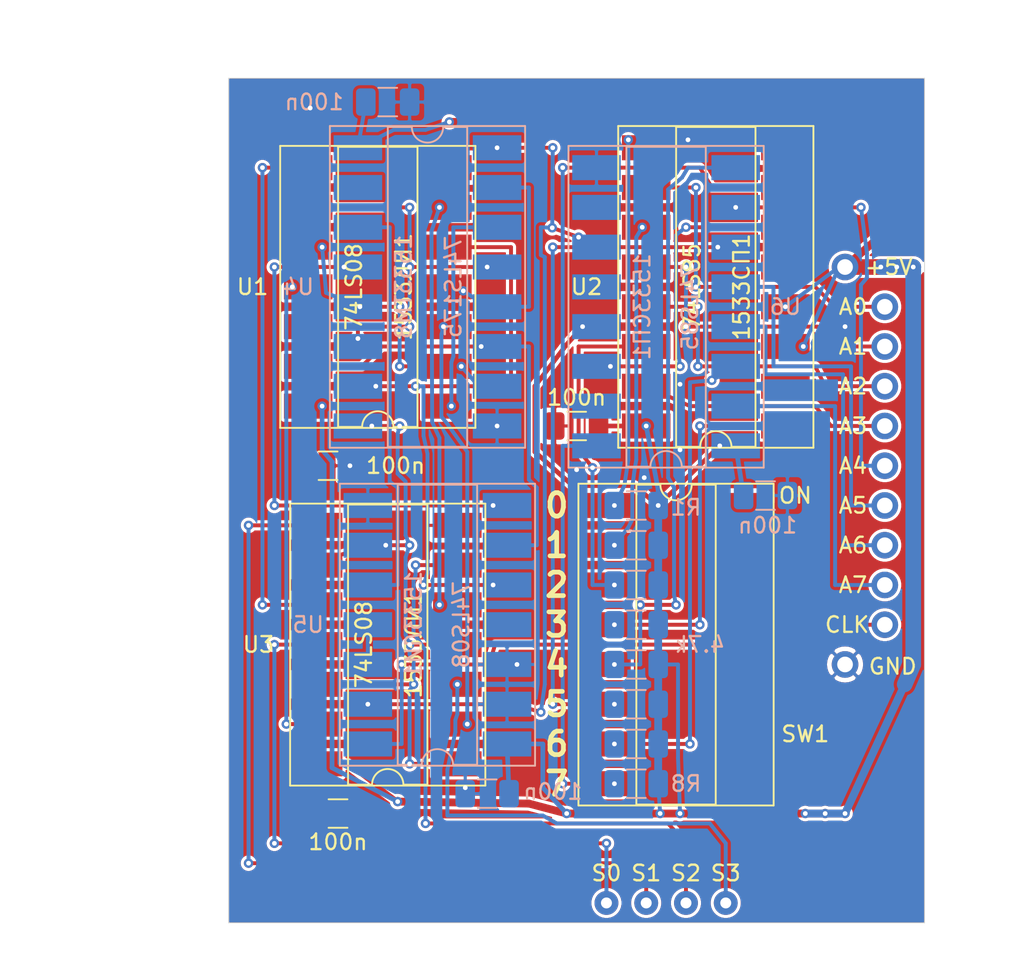
<source format=kicad_pcb>
(kicad_pcb (version 20171130) (host pcbnew 5.1.5+dfsg1-2build2)
  (layers (0 F.Cu signal) (31 B.Cu signal) (34 B.Paste user) (35 F.Paste user) (36 B.SilkS user) (37 F.SilkS user) (38 B.Mask user) (39 F.Mask user) (44 Edge.Cuts user))
  (net 0 "")
  (net 1 GND)
  (net 2 +5V)
  (net 3 A0)
  (net 4 S3)
  (net 5 A1)
  (net 6 S2)
  (net 7 A2)
  (net 8 A3)
  (net 9 S1)
  (net 10 A4)
  (net 11 A5)
  (net 12 A6)
  (net 13 A7)
  (net 14 CLK)
  (net 15 B7)
  (net 16 B6)
  (net 17 B5)
  (net 18 B4)
  (net 19 B3)
  (net 20 B2)
  (net 21 B1)
  (net 22 B0)
  (net 23 P4)
  (net 24 "Net-(U1-Pad6)")
  (net 25 P1)
  (net 26 P6)
  (net 27 "Net-(U1-Pad11)")
  (net 28 P3)
  (net 29 P5)
  (net 30 "Net-(U1-Pad3)")
  (net 31 "Net-(U1-Pad8)")
  (net 32 P2)
  (net 33 "Net-(U2-Pad7)")
  (net 34 "Net-(U2-Pad6)")
  (net 35 CLK_AFB)
  (net 36 FB)
  (net 37 "Net-(U4-Pad13)")
  (net 38 ADDR_OK)
  (net 39 "Net-(U5-Pad3)")
  (net 40 "Net-(U2-Pad5)")
  (net 41 "Net-(U4-Pad15)")
  (net 42 "Net-(U5-Pad11)")
  (net 43 "Net-(U6-Pad7)")
  (net 44 "Net-(U6-Pad5)")
  (net 45 S0)
  (module plc88:selector4_im (layer F.Cu) (at 127 27.94)
    (fp_text reference J1 hide)
    (fp_text value selector4_i hide)
    (fp_text user +5V (at 7.874 2.54) (layer F.SilkS))
    (fp_text user A0 (at 5.588 5.08) (layer F.SilkS))
    (fp_text user A1 (at 5.588 7.62) (layer F.SilkS))
    (fp_text user A2 (at 5.588 10.16) (layer F.SilkS))
    (fp_text user A3 (at 5.588 12.7) (layer F.SilkS))
    (fp_text user A4 (at 5.588 15.24) (layer F.SilkS))
    (fp_text user A5 (at 5.588 17.78) (layer F.SilkS))
    (fp_text user A6 (at 5.588 20.32) (layer F.SilkS))
    (fp_text user A7 (at 5.588 22.86) (layer F.SilkS))
    (fp_text user CLK (at 5.207 25.4) (layer F.SilkS))
    (fp_text user GND (at 8.128 28.067) (layer F.SilkS))
    (fp_text user S3 (at -2.54 41.275) (layer F.SilkS))
    (fp_text user S2 (at -5.08 41.275) (layer F.SilkS))
    (fp_text user S1 (at -7.62 41.275) (layer F.SilkS))
    (fp_text user S0 (at -10.16 41.275) (layer F.SilkS))
    (pad 13 thru_hole circle (at -7.62 43.18) (size 1.524 1.524) (drill 0.7) (layers *.Cu *.Mask) (net 9 S1))
    (pad 12 thru_hole circle (at -10.16 43.18) (size 1.524 1.524) (drill 0.7) (layers *.Cu *.Mask) (net 45 S0))
    (pad 15 thru_hole circle (at -2.54 43.18) (size 1.524 1.524) (drill 0.7) (layers *.Cu *.Mask) (net 4 S3))
    (pad 14 thru_hole circle (at -5.08 43.18) (size 1.524 1.524) (drill 0.7) (layers *.Cu *.Mask) (net 6 S2))
    (pad 11 thru_hole circle (at 5.08 27.94) (size 1.7 1.7) (drill 1) (layers *.Cu *.Mask) (net 1 GND))
    (pad 10 thru_hole circle (at 7.62 25.4) (size 1.7 1.7) (drill 1) (layers *.Cu *.Mask) (net 14 CLK))
    (pad 9 thru_hole circle (at 7.62 22.86) (size 1.7 1.7) (drill 1) (layers *.Cu *.Mask) (net 13 A7))
    (pad 8 thru_hole circle (at 7.62 20.32) (size 1.7 1.7) (drill 1) (layers *.Cu *.Mask) (net 12 A6))
    (pad 7 thru_hole circle (at 7.62 17.78) (size 1.7 1.7) (drill 1) (layers *.Cu *.Mask) (net 11 A5))
    (pad 6 thru_hole circle (at 7.62 15.24) (size 1.7 1.7) (drill 1) (layers *.Cu *.Mask) (net 10 A4))
    (pad 5 thru_hole circle (at 7.62 12.7) (size 1.7 1.7) (drill 1) (layers *.Cu *.Mask) (net 8 A3))
    (pad 4 thru_hole circle (at 7.62 10.16) (size 1.7 1.7) (drill 1) (layers *.Cu *.Mask) (net 7 A2))
    (pad 3 thru_hole circle (at 7.62 7.62) (size 1.7 1.7) (drill 1) (layers *.Cu *.Mask) (net 5 A1))
    (pad 2 thru_hole circle (at 7.62 5.08) (size 1.7 1.7) (drill 1) (layers *.Cu *.Mask) (net 3 A0))
    (pad 1 thru_hole circle (at 5.08 2.54) (size 1.7 1.7) (drill 1) (layers *.Cu *.Mask) (net 2 +5V))
  )
  (module Package_DIP:DIP-16_W8.89mm_SMDSocket_LongPads (layer B.Cu) (at 120.65 33.02)
    (fp_text reference U6 (at 7.62 0 180) (layer B.SilkS) (effects (justify mirror)))
    (fp_text value 74LS85 (at 1.524 0 -270) (layer B.SilkS) (effects (justify mirror)))
    (fp_text user 1533СП1 (at -1.524 0 -90) (layer B.SilkS) (effects (justify mirror)))
    (pad 16 smd rect (at 4.445 8.89) (size 3.1 1.6) (layers B.Cu B.Paste B.Mask) (net 2 +5V))
    (pad 8 smd rect (at -4.445 -8.89) (size 3.1 1.6) (layers B.Cu B.Paste B.Mask) (net 1 GND))
    (pad 15 smd rect (at 4.445 6.35) (size 3.1 1.6) (layers B.Cu B.Paste B.Mask) (net 13 A7))
    (pad 7 smd rect (at -4.445 -6.35) (size 3.1 1.6) (layers B.Cu B.Paste B.Mask) (net 43 "Net-(U6-Pad7)"))
    (pad 14 smd rect (at 4.445 3.81) (size 3.1 1.6) (layers B.Cu B.Paste B.Mask) (net 16 B6))
    (pad 6 smd rect (at -4.445 -3.81) (size 3.1 1.6) (layers B.Cu B.Paste B.Mask) (net 38 ADDR_OK))
    (pad 13 smd rect (at 4.445 1.27) (size 3.1 1.6) (layers B.Cu B.Paste B.Mask) (net 12 A6))
    (pad 5 smd rect (at -4.445 -1.27) (size 3.1 1.6) (layers B.Cu B.Paste B.Mask) (net 44 "Net-(U6-Pad5)"))
    (pad 12 smd rect (at 4.445 -1.27) (size 3.1 1.6) (layers B.Cu B.Paste B.Mask) (net 11 A5))
    (pad 4 smd rect (at -4.445 1.27) (size 3.1 1.6) (layers B.Cu B.Paste B.Mask) (net 2 +5V))
    (pad 11 smd rect (at 4.445 -3.81) (size 3.1 1.6) (layers B.Cu B.Paste B.Mask) (net 17 B5))
    (pad 3 smd rect (at -4.445 3.81) (size 3.1 1.6) (layers B.Cu B.Paste B.Mask) (net 34 "Net-(U2-Pad6)"))
    (pad 10 smd rect (at 4.445 -6.35) (size 3.1 1.6) (layers B.Cu B.Paste B.Mask) (net 10 A4))
    (pad 2 smd rect (at -4.445 6.35) (size 3.1 1.6) (layers B.Cu B.Paste B.Mask) (net 33 "Net-(U2-Pad7)"))
    (pad 9 smd rect (at 4.445 -8.89) (size 3.1 1.6) (layers B.Cu B.Paste B.Mask) (net 18 B4))
    (pad 1 smd rect (at -4.445 8.89) (size 3.1 1.6) (layers B.Cu B.Paste B.Mask) (net 15 B7))
  )
  (module Package_DIP:DIP-14_W8.89mm_SMDSocket_LongPads (layer B.Cu) (at 106.045 53.34)
    (fp_text reference U5 (at -8.255 0) (layer B.SilkS) (effects (justify mirror)))
    (fp_text value 74LS08 (at 1.524 0 -270) (layer B.SilkS) (effects (justify mirror)))
    (fp_text user 1533ЛИ1 (at -1.524 0 -90) (layer B.SilkS) (effects (justify mirror)))
    (pad 14 smd rect (at 4.445 7.62) (size 3.1 1.6) (layers B.Cu B.Paste B.Mask) (net 2 +5V))
    (pad 7 smd rect (at -4.445 -7.62) (size 3.1 1.6) (layers B.Cu B.Paste B.Mask) (net 1 GND))
    (pad 13 smd rect (at 4.445 5.08) (size 3.1 1.6) (layers B.Cu B.Paste B.Mask) (net 1 GND))
    (pad 6 smd rect (at -4.445 -5.08) (size 3.1 1.6) (layers B.Cu B.Paste B.Mask) (net 35 CLK_AFB))
    (pad 12 smd rect (at 4.445 2.54) (size 3.1 1.6) (layers B.Cu B.Paste B.Mask) (net 1 GND))
    (pad 5 smd rect (at -4.445 -2.54) (size 3.1 1.6) (layers B.Cu B.Paste B.Mask) (net 36 FB))
    (pad 11 smd rect (at 4.445 0) (size 3.1 1.6) (layers B.Cu B.Paste B.Mask) (net 42 "Net-(U5-Pad11)"))
    (pad 4 smd rect (at -4.445 0) (size 3.1 1.6) (layers B.Cu B.Paste B.Mask) (net 39 "Net-(U5-Pad3)"))
    (pad 10 smd rect (at 4.445 -2.54) (size 3.1 1.6) (layers B.Cu B.Paste B.Mask) (net 26 P6))
    (pad 3 smd rect (at -4.445 2.54) (size 3.1 1.6) (layers B.Cu B.Paste B.Mask) (net 39 "Net-(U5-Pad3)"))
    (pad 9 smd rect (at 4.445 -5.08) (size 3.1 1.6) (layers B.Cu B.Paste B.Mask) (net 23 P4))
    (pad 2 smd rect (at -4.445 5.08) (size 3.1 1.6) (layers B.Cu B.Paste B.Mask) (net 38 ADDR_OK))
    (pad 8 smd rect (at 4.445 -7.62) (size 3.1 1.6) (layers B.Cu B.Paste B.Mask) (net 37 "Net-(U4-Pad13)"))
    (pad 1 smd rect (at -4.445 7.62) (size 3.1 1.6) (layers B.Cu B.Paste B.Mask) (net 14 CLK))
  )
  (module Package_DIP:DIP-16_W8.89mm_SMDSocket_LongPads (layer B.Cu) (at 105.41 31.75 180)
    (fp_text reference U4 (at 8.255 0) (layer B.SilkS) (effects (justify mirror)))
    (fp_text value 74LS175 (at -1.651 0 270) (layer B.SilkS) (effects (justify mirror)))
    (fp_text user 1533ТМ8 (at 1.524 0 270) (layer B.SilkS) (effects (justify mirror)))
    (pad 16 smd rect (at 4.445 8.89 180) (size 3.1 1.6) (layers B.Cu B.Paste B.Mask) (net 2 +5V))
    (pad 8 smd rect (at -4.445 -8.89 180) (size 3.1 1.6) (layers B.Cu B.Paste B.Mask) (net 1 GND))
    (pad 15 smd rect (at 4.445 6.35 180) (size 3.1 1.6) (layers B.Cu B.Paste B.Mask) (net 41 "Net-(U4-Pad15)"))
    (pad 7 smd rect (at -4.445 -6.35 180) (size 3.1 1.6) (layers B.Cu B.Paste B.Mask) (net 29 P5))
    (pad 14 smd rect (at 4.445 3.81 180) (size 3.1 1.6) (layers B.Cu B.Paste B.Mask) (net 36 FB))
    (pad 6 smd rect (at -4.445 -3.81 180) (size 3.1 1.6) (layers B.Cu B.Paste B.Mask) (net 23 P4))
    (pad 13 smd rect (at 4.445 1.27 180) (size 3.1 1.6) (layers B.Cu B.Paste B.Mask) (net 37 "Net-(U4-Pad13)"))
    (pad 5 smd rect (at -4.445 -1.27 180) (size 3.1 1.6) (layers B.Cu B.Paste B.Mask) (net 28 P3))
    (pad 12 smd rect (at 4.445 -1.27 180) (size 3.1 1.6) (layers B.Cu B.Paste B.Mask) (net 29 P5))
    (pad 4 smd rect (at -4.445 1.27 180) (size 3.1 1.6) (layers B.Cu B.Paste B.Mask) (net 25 P1))
    (pad 11 smd rect (at 4.445 -3.81 180) (size 3.1 1.6) (layers B.Cu B.Paste B.Mask) (net 25 P1))
    (pad 3 smd rect (at -4.445 3.81 180) (size 3.1 1.6) (layers B.Cu B.Paste B.Mask) (net 32 P2))
    (pad 10 smd rect (at 4.445 -6.35 180) (size 3.1 1.6) (layers B.Cu B.Paste B.Mask) (net 26 P6))
    (pad 2 smd rect (at -4.445 6.35 180) (size 3.1 1.6) (layers B.Cu B.Paste B.Mask) (net 28 P3))
    (pad 9 smd rect (at 4.445 -8.89 180) (size 3.1 1.6) (layers B.Cu B.Paste B.Mask) (net 35 CLK_AFB))
    (pad 1 smd rect (at -4.445 8.89 180) (size 3.1 1.6) (layers B.Cu B.Paste B.Mask) (net 38 ADDR_OK))
  )
  (module Package_DIP:DIP-14_W8.89mm_SMDSocket_LongPads (layer F.Cu) (at 102.87 54.61 180)
    (fp_text reference U3 (at 8.255 0 180) (layer F.SilkS))
    (fp_text value 74LS08 (at 1.524 0 270) (layer F.SilkS))
    (fp_text user 1533ЛИ1 (at -1.651 0 270) (layer F.SilkS))
    (pad 14 smd rect (at 4.445 -7.62 180) (size 3.1 1.6) (layers F.Cu F.Paste F.Mask) (net 2 +5V))
    (pad 7 smd rect (at -4.445 7.62 180) (size 3.1 1.6) (layers F.Cu F.Paste F.Mask) (net 1 GND))
    (pad 13 smd rect (at 4.445 -5.08 180) (size 3.1 1.6) (layers F.Cu F.Paste F.Mask) (net 27 "Net-(U1-Pad11)"))
    (pad 6 smd rect (at -4.445 5.08 180) (size 3.1 1.6) (layers F.Cu F.Paste F.Mask) (net 6 S2))
    (pad 12 smd rect (at 4.445 -2.54 180) (size 3.1 1.6) (layers F.Cu F.Paste F.Mask) (net 35 CLK_AFB))
    (pad 5 smd rect (at -4.445 2.54 180) (size 3.1 1.6) (layers F.Cu F.Paste F.Mask) (net 24 "Net-(U1-Pad6)"))
    (pad 11 smd rect (at 4.445 0 180) (size 3.1 1.6) (layers F.Cu F.Paste F.Mask) (net 45 S0))
    (pad 4 smd rect (at -4.445 0 180) (size 3.1 1.6) (layers F.Cu F.Paste F.Mask) (net 35 CLK_AFB))
    (pad 10 smd rect (at 4.445 2.54 180) (size 3.1 1.6) (layers F.Cu F.Paste F.Mask) (net 31 "Net-(U1-Pad8)"))
    (pad 3 smd rect (at -4.445 -2.54 180) (size 3.1 1.6) (layers F.Cu F.Paste F.Mask) (net 4 S3))
    (pad 9 smd rect (at 4.445 5.08 180) (size 3.1 1.6) (layers F.Cu F.Paste F.Mask) (net 35 CLK_AFB))
    (pad 2 smd rect (at -4.445 -5.08 180) (size 3.1 1.6) (layers F.Cu F.Paste F.Mask) (net 30 "Net-(U1-Pad3)"))
    (pad 8 smd rect (at 4.445 7.62 180) (size 3.1 1.6) (layers F.Cu F.Paste F.Mask) (net 9 S1))
    (pad 1 smd rect (at -4.445 -7.62 180) (size 3.1 1.6) (layers F.Cu F.Paste F.Mask) (net 35 CLK_AFB))
  )
  (module Package_DIP:DIP-16_W8.89mm_SMDSocket_LongPads (layer F.Cu) (at 123.825 31.75 180)
    (fp_text reference U2 (at 8.255 0 180) (layer F.SilkS))
    (fp_text value 74LS85 (at 1.524 0 270) (layer F.SilkS))
    (fp_text user 1533СП1 (at -1.651 0 270) (layer F.SilkS))
    (pad 16 smd rect (at 4.445 -8.89 180) (size 3.1 1.6) (layers F.Cu F.Paste F.Mask) (net 2 +5V))
    (pad 8 smd rect (at -4.445 8.89 180) (size 3.1 1.6) (layers F.Cu F.Paste F.Mask) (net 1 GND))
    (pad 15 smd rect (at 4.445 -6.35 180) (size 3.1 1.6) (layers F.Cu F.Paste F.Mask) (net 8 A3))
    (pad 7 smd rect (at -4.445 6.35 180) (size 3.1 1.6) (layers F.Cu F.Paste F.Mask) (net 33 "Net-(U2-Pad7)"))
    (pad 14 smd rect (at 4.445 -3.81 180) (size 3.1 1.6) (layers F.Cu F.Paste F.Mask) (net 20 B2))
    (pad 6 smd rect (at -4.445 3.81 180) (size 3.1 1.6) (layers F.Cu F.Paste F.Mask) (net 34 "Net-(U2-Pad6)"))
    (pad 13 smd rect (at 4.445 -1.27 180) (size 3.1 1.6) (layers F.Cu F.Paste F.Mask) (net 7 A2))
    (pad 5 smd rect (at -4.445 1.27 180) (size 3.1 1.6) (layers F.Cu F.Paste F.Mask) (net 40 "Net-(U2-Pad5)"))
    (pad 12 smd rect (at 4.445 1.27 180) (size 3.1 1.6) (layers F.Cu F.Paste F.Mask) (net 5 A1))
    (pad 4 smd rect (at -4.445 -1.27 180) (size 3.1 1.6) (layers F.Cu F.Paste F.Mask) (net 2 +5V))
    (pad 11 smd rect (at 4.445 3.81 180) (size 3.1 1.6) (layers F.Cu F.Paste F.Mask) (net 21 B1))
    (pad 3 smd rect (at -4.445 -3.81 180) (size 3.1 1.6) (layers F.Cu F.Paste F.Mask) (net 2 +5V))
    (pad 10 smd rect (at 4.445 6.35 180) (size 3.1 1.6) (layers F.Cu F.Paste F.Mask) (net 3 A0))
    (pad 2 smd rect (at -4.445 -6.35 180) (size 3.1 1.6) (layers F.Cu F.Paste F.Mask) (net 1 GND))
    (pad 9 smd rect (at 4.445 8.89 180) (size 3.1 1.6) (layers F.Cu F.Paste F.Mask) (net 22 B0))
    (pad 1 smd rect (at -4.445 -8.89 180) (size 3.1 1.6) (layers F.Cu F.Paste F.Mask) (net 19 B3))
  )
  (module Package_DIP:DIP-14_W8.89mm_SMDSocket_LongPads (layer F.Cu) (at 102.235 31.75 180)
    (fp_text reference U1 (at 8.001 0 180) (layer F.SilkS))
    (fp_text value 74LS08 (at 1.524 0 270) (layer F.SilkS))
    (fp_text user 1533ЛИ1 (at -1.651 0 270) (layer F.SilkS))
    (pad 14 smd rect (at 4.445 -7.62 180) (size 3.1 1.6) (layers F.Cu F.Paste F.Mask) (net 2 +5V))
    (pad 7 smd rect (at -4.445 7.62 180) (size 3.1 1.6) (layers F.Cu F.Paste F.Mask) (net 1 GND))
    (pad 13 smd rect (at 4.445 -5.08 180) (size 3.1 1.6) (layers F.Cu F.Paste F.Mask) (net 23 P4))
    (pad 6 smd rect (at -4.445 5.08 180) (size 3.1 1.6) (layers F.Cu F.Paste F.Mask) (net 24 "Net-(U1-Pad6)"))
    (pad 12 smd rect (at 4.445 -2.54 180) (size 3.1 1.6) (layers F.Cu F.Paste F.Mask) (net 25 P1))
    (pad 5 smd rect (at -4.445 2.54 180) (size 3.1 1.6) (layers F.Cu F.Paste F.Mask) (net 26 P6))
    (pad 11 smd rect (at 4.445 0 180) (size 3.1 1.6) (layers F.Cu F.Paste F.Mask) (net 27 "Net-(U1-Pad11)"))
    (pad 4 smd rect (at -4.445 0 180) (size 3.1 1.6) (layers F.Cu F.Paste F.Mask) (net 28 P3))
    (pad 10 smd rect (at 4.445 2.54 180) (size 3.1 1.6) (layers F.Cu F.Paste F.Mask) (net 29 P5))
    (pad 3 smd rect (at -4.445 -2.54 180) (size 3.1 1.6) (layers F.Cu F.Paste F.Mask) (net 30 "Net-(U1-Pad3)"))
    (pad 9 smd rect (at 4.445 5.08 180) (size 3.1 1.6) (layers F.Cu F.Paste F.Mask) (net 25 P1))
    (pad 2 smd rect (at -4.445 -5.08 180) (size 3.1 1.6) (layers F.Cu F.Paste F.Mask) (net 29 P5))
    (pad 8 smd rect (at 4.445 7.62 180) (size 3.1 1.6) (layers F.Cu F.Paste F.Mask) (net 31 "Net-(U1-Pad8)"))
    (pad 1 smd rect (at -4.445 -7.62 180) (size 3.1 1.6) (layers F.Cu F.Paste F.Mask) (net 32 P2))
  )
  (module Package_DIP:DIP-16_W8.89mm_SMDSocket_LongPads (layer F.Cu) (at 121.285 54.61)
    (fp_text reference SW1 (at 8.255 5.715) (layer F.SilkS))
    (fp_text value SW_DIP_x08)
    (fp_text user ON (at 7.62 -9.525) (layer F.SilkS))
    (pad 16 smd rect (at 4.445 -8.89) (size 3.1 1.6) (layers F.Cu F.Paste F.Mask) (net 1 GND))
    (pad 8 smd rect (at -4.445 8.89) (size 3.1 1.6) (layers F.Cu F.Paste F.Mask) (net 15 B7))
    (pad 15 smd rect (at 4.445 -6.35) (size 3.1 1.6) (layers F.Cu F.Paste F.Mask) (net 1 GND))
    (pad 7 smd rect (at -4.445 6.35) (size 3.1 1.6) (layers F.Cu F.Paste F.Mask) (net 16 B6))
    (pad 14 smd rect (at 4.445 -3.81) (size 3.1 1.6) (layers F.Cu F.Paste F.Mask) (net 1 GND))
    (pad 6 smd rect (at -4.445 3.81) (size 3.1 1.6) (layers F.Cu F.Paste F.Mask) (net 17 B5))
    (pad 13 smd rect (at 4.445 -1.27) (size 3.1 1.6) (layers F.Cu F.Paste F.Mask) (net 1 GND))
    (pad 5 smd rect (at -4.445 1.27) (size 3.1 1.6) (layers F.Cu F.Paste F.Mask) (net 18 B4))
    (pad 12 smd rect (at 4.445 1.27) (size 3.1 1.6) (layers F.Cu F.Paste F.Mask) (net 1 GND))
    (pad 4 smd rect (at -4.445 -1.27) (size 3.1 1.6) (layers F.Cu F.Paste F.Mask) (net 19 B3))
    (pad 11 smd rect (at 4.445 3.81) (size 3.1 1.6) (layers F.Cu F.Paste F.Mask) (net 1 GND))
    (pad 3 smd rect (at -4.445 -3.81) (size 3.1 1.6) (layers F.Cu F.Paste F.Mask) (net 20 B2))
    (pad 10 smd rect (at 4.445 6.35) (size 3.1 1.6) (layers F.Cu F.Paste F.Mask) (net 1 GND))
    (pad 2 smd rect (at -4.445 -6.35) (size 3.1 1.6) (layers F.Cu F.Paste F.Mask) (net 21 B1))
    (pad 9 smd rect (at 4.445 8.89) (size 3.1 1.6) (layers F.Cu F.Paste F.Mask) (net 1 GND))
    (pad 1 smd rect (at -4.445 -8.89) (size 3.1 1.6) (layers F.Cu F.Paste F.Mask) (net 22 B0))
  )
  (module Resistor_SMD:R_1206_3216Metric (layer B.Cu) (at 118.745 63.5 180)
    (fp_text reference R8 (at -3.175 0 180) (layer B.SilkS) (effects (justify mirror)))
    (fp_text value 4.7k hide)
    (pad 2 smd roundrect (at 1.4 0 180) (size 1.25 1.75) (layers B.Cu B.Paste B.Mask) (roundrect_rratio 0.2) (net 15 B7))
    (pad 1 smd roundrect (at -1.4 0 180) (size 1.25 1.75) (layers B.Cu B.Paste B.Mask) (roundrect_rratio 0.2) (net 2 +5V))
  )
  (module Resistor_SMD:R_1206_3216Metric (layer B.Cu) (at 118.745 60.96 180)
    (fp_text reference R7 hide)
    (fp_text value 4.7k hide)
    (pad 2 smd roundrect (at 1.4 0 180) (size 1.25 1.75) (layers B.Cu B.Paste B.Mask) (roundrect_rratio 0.2) (net 16 B6))
    (pad 1 smd roundrect (at -1.4 0 180) (size 1.25 1.75) (layers B.Cu B.Paste B.Mask) (roundrect_rratio 0.2) (net 2 +5V))
  )
  (module Resistor_SMD:R_1206_3216Metric (layer B.Cu) (at 118.745 58.42 180)
    (fp_text reference R6 hide)
    (fp_text value 4.7k hide)
    (pad 2 smd roundrect (at 1.4 0 180) (size 1.25 1.75) (layers B.Cu B.Paste B.Mask) (roundrect_rratio 0.2) (net 17 B5))
    (pad 1 smd roundrect (at -1.4 0 180) (size 1.25 1.75) (layers B.Cu B.Paste B.Mask) (roundrect_rratio 0.2) (net 2 +5V))
  )
  (module Resistor_SMD:R_1206_3216Metric (layer B.Cu) (at 118.745 55.88 180)
    (fp_text reference R5 hide)
    (fp_text value 4.7k hide)
    (pad 2 smd roundrect (at 1.4 0 180) (size 1.25 1.75) (layers B.Cu B.Paste B.Mask) (roundrect_rratio 0.2) (net 18 B4))
    (pad 1 smd roundrect (at -1.4 0 180) (size 1.25 1.75) (layers B.Cu B.Paste B.Mask) (roundrect_rratio 0.2) (net 2 +5V))
  )
  (module Resistor_SMD:R_1206_3216Metric (layer B.Cu) (at 118.745 53.34 180)
    (fp_text reference R4 hide)
    (fp_text value 4.7k hide)
    (pad 2 smd roundrect (at 1.4 0 180) (size 1.25 1.75) (layers B.Cu B.Paste B.Mask) (roundrect_rratio 0.2) (net 19 B3))
    (pad 1 smd roundrect (at -1.4 0 180) (size 1.25 1.75) (layers B.Cu B.Paste B.Mask) (roundrect_rratio 0.2) (net 2 +5V))
  )
  (module Resistor_SMD:R_1206_3216Metric (layer B.Cu) (at 118.745 50.8 180)
    (fp_text reference R3 hide)
    (fp_text value 4.7k hide)
    (pad 2 smd roundrect (at 1.4 0 180) (size 1.25 1.75) (layers B.Cu B.Paste B.Mask) (roundrect_rratio 0.2) (net 20 B2))
    (pad 1 smd roundrect (at -1.4 0 180) (size 1.25 1.75) (layers B.Cu B.Paste B.Mask) (roundrect_rratio 0.2) (net 2 +5V))
  )
  (module Resistor_SMD:R_1206_3216Metric (layer B.Cu) (at 118.745 48.26 180)
    (fp_text reference R2 hide)
    (fp_text value 4.7k hide)
    (pad 2 smd roundrect (at 1.4 0 180) (size 1.25 1.75) (layers B.Cu B.Paste B.Mask) (roundrect_rratio 0.2) (net 21 B1))
    (pad 1 smd roundrect (at -1.4 0 180) (size 1.25 1.75) (layers B.Cu B.Paste B.Mask) (roundrect_rratio 0.2) (net 2 +5V))
  )
  (module Resistor_SMD:R_1206_3216Metric (layer B.Cu) (at 118.745 45.72 180)
    (fp_text reference R1 (at -3.175 -0.127) (layer B.SilkS) (effects (justify mirror)))
    (fp_text value 4.7k (at -4.064 -8.89 180) (layer B.SilkS) (effects (justify mirror)))
    (pad 2 smd roundrect (at 1.4 0 180) (size 1.25 1.75) (layers B.Cu B.Paste B.Mask) (roundrect_rratio 0.2) (net 22 B0))
    (pad 1 smd roundrect (at -1.4 0 180) (size 1.25 1.75) (layers B.Cu B.Paste B.Mask) (roundrect_rratio 0.2) (net 2 +5V))
  )
  (module Capacitor_SMD:C_1206_3216Metric (layer B.Cu) (at 102.87 19.939)
    (fp_text reference C6 hide)
    (fp_text value 100n (at -4.699 0) (layer B.SilkS) (effects (justify mirror)))
    (pad 2 smd roundrect (at 1.4 0) (size 1.25 1.75) (layers B.Cu B.Paste B.Mask) (roundrect_rratio 0.2) (net 1 GND))
    (pad 1 smd roundrect (at -1.4 0) (size 1.25 1.75) (layers B.Cu B.Paste B.Mask) (roundrect_rratio 0.2) (net 2 +5V))
  )
  (module Capacitor_SMD:C_1206_3216Metric (layer F.Cu) (at 99.695 65.405)
    (fp_text reference C5 hide)
    (fp_text value 100n (at 0 1.82) (layer F.SilkS))
    (pad 2 smd roundrect (at 1.4 0) (size 1.25 1.75) (layers F.Cu F.Paste F.Mask) (roundrect_rratio 0.2) (net 1 GND))
    (pad 1 smd roundrect (at -1.4 0) (size 1.25 1.75) (layers F.Cu F.Paste F.Mask) (roundrect_rratio 0.2) (net 2 +5V))
  )
  (module Capacitor_SMD:C_1206_3216Metric (layer F.Cu) (at 99.06 43.18)
    (fp_text reference C4 hide)
    (fp_text value 100n (at 4.318 0) (layer F.SilkS))
    (pad 2 smd roundrect (at 1.4 0) (size 1.25 1.75) (layers F.Cu F.Paste F.Mask) (roundrect_rratio 0.2) (net 1 GND))
    (pad 1 smd roundrect (at -1.4 0) (size 1.25 1.75) (layers F.Cu F.Paste F.Mask) (roundrect_rratio 0.2) (net 2 +5V))
  )
  (module Capacitor_SMD:C_1206_3216Metric (layer B.Cu) (at 127 45.085)
    (fp_text reference C3 hide)
    (fp_text value 100n (at 0.127 1.905) (layer B.SilkS) (effects (justify mirror)))
    (pad 2 smd roundrect (at 1.4 0) (size 1.25 1.75) (layers B.Cu B.Paste B.Mask) (roundrect_rratio 0.2) (net 1 GND))
    (pad 1 smd roundrect (at -1.4 0) (size 1.25 1.75) (layers B.Cu B.Paste B.Mask) (roundrect_rratio 0.2) (net 2 +5V))
  )
  (module Capacitor_SMD:C_1206_3216Metric (layer F.Cu) (at 114.935 40.64 180)
    (fp_text reference C2 hide)
    (fp_text value 100n (at 0 1.82) (layer F.SilkS))
    (pad 2 smd roundrect (at 1.4 0 180) (size 1.25 1.75) (layers F.Cu F.Paste F.Mask) (roundrect_rratio 0.2) (net 1 GND))
    (pad 1 smd roundrect (at -1.4 0 180) (size 1.25 1.75) (layers F.Cu F.Paste F.Mask) (roundrect_rratio 0.2) (net 2 +5V))
  )
  (module Capacitor_SMD:C_1206_3216Metric (layer B.Cu) (at 109.22 64.135 180)
    (fp_text reference C1 hide)
    (fp_text value 100n (at -4.191 0.127 180) (layer B.SilkS) (effects (justify mirror)))
    (pad 2 smd roundrect (at 1.4 0 180) (size 1.25 1.75) (layers B.Cu B.Paste B.Mask) (roundrect_rratio 0.2) (net 1 GND))
    (pad 1 smd roundrect (at -1.4 0 180) (size 1.25 1.75) (layers B.Cu B.Paste B.Mask) (roundrect_rratio 0.2) (net 2 +5V))
  )
  (gr_text 6 (at 113.665 60.96) (layer F.SilkS) (effects (font (size 1.5 1.5) (thickness 0.3))))
  (gr_text 5 (at 113.665 58.42) (layer F.SilkS) (effects (font (size 1.5 1.5) (thickness 0.3))))
  (gr_text 4 (at 113.665 55.88) (layer F.SilkS) (effects (font (size 1.5 1.5) (thickness 0.3))))
  (gr_text 3 (at 113.665 53.34) (layer F.SilkS) (effects (font (size 1.5 1.5) (thickness 0.3))))
  (gr_text 2 (at 113.665 50.8) (layer F.SilkS) (effects (font (size 1.5 1.5) (thickness 0.3))))
  (gr_text 1 (at 113.665 48.26) (layer F.SilkS) (effects (font (size 1.5 1.5) (thickness 0.3))))
  (gr_text 7 (at 113.665 63.5) (layer F.SilkS) (effects (font (size 1.5 1.5) (thickness 0.3))))
  (gr_text 0 (at 113.665 45.72) (layer F.SilkS) (effects (font (size 1.5 1.5) (thickness 0.3))))
  (gr_line (start 92.71 72.39) (end 92.71 18.415) (layer Edge.Cuts) (width 0.05))
  (gr_line (start 137.16 72.39) (end 92.71 72.39) (layer Edge.Cuts) (width 0.05))
  (gr_line (start 137.16 18.415) (end 137.16 72.39) (layer Edge.Cuts) (width 0.05))
  (gr_line (start 92.71 18.415) (end 137.16 18.415) (layer Edge.Cuts) (width 0.05))
  (via (at 107.823 63.754) (size 0.6) (drill 0.3) (layers F.Cu B.Cu) (net 1))
  (via (at 111.125 55.88) (size 0.6) (drill 0.3) (layers F.Cu B.Cu) (net 1))
  (via (at 100.457 43.18) (size 0.6) (drill 0.3) (layers F.Cu B.Cu) (net 1))
  (via (at 109.855 40.64) (size 0.6) (drill 0.3) (layers F.Cu B.Cu) (net 1))
  (via (at 121.539 42.164) (size 0.6) (drill 0.3) (layers F.Cu B.Cu) (net 1))
  (via (at 121.539 37.973) (size 0.6) (drill 0.3) (layers F.Cu B.Cu) (net 1))
  (segment (start 121.539 42.164) (end 121.539 37.973) (width 0.25) (layer B.Cu) (net 1))
  (via (at 114.935 43.434) (size 0.6) (drill 0.3) (layers F.Cu B.Cu) (net 1))
  (via (at 119.253 43.942) (size 0.6) (drill 0.3) (layers F.Cu B.Cu) (net 1))
  (via (at 122.047 22.352) (size 0.6) (drill 0.3) (layers F.Cu B.Cu) (net 1))
  (via (at 97.917 20.32) (size 0.6) (drill 0.3) (layers F.Cu B.Cu) (net 1))
  (via (at 132.08 34.29) (size 0.6) (drill 0.3) (layers F.Cu B.Cu) (net 1))
  (via (at 129.413 35.56) (size 0.6) (drill 0.3) (layers F.Cu B.Cu) (net 2))
  (via (at 128.27 33.02) (size 0.6) (drill 0.3) (layers F.Cu B.Cu) (net 2))
  (via (at 124.079 41.91) (size 0.6) (drill 0.3) (layers F.Cu B.Cu) (net 2))
  (segment (start 106.807 21.209) (end 106.807 21.209) (width 0.5) (layer F.Cu) (net 2))
  (via (at 106.807 21.209) (size 0.6) (drill 0.3) (layers F.Cu B.Cu) (net 2))
  (segment (start 106.807 21.209) (end 105.283 21.717) (width 0.25) (layer B.Cu) (net 2))
  (segment (start 105.283 21.717) (end 103.251 21.717) (width 0.25) (layer B.Cu) (net 2))
  (segment (start 103.251 21.717) (end 100.965 22.86) (width 0.25) (layer B.Cu) (net 2))
  (segment (start 119.38 40.64) (end 119.38 40.64) (width 0.3) (layer B.Cu) (net 2))
  (via (at 119.38 40.64) (size 0.6) (drill 0.3) (layers F.Cu B.Cu) (net 2))
  (segment (start 116.335 40.64) (end 119.38 40.64) (width 0.3) (layer F.Cu) (net 2))
  (segment (start 120.145 45.72) (end 120.145 45.72) (width 0.5) (layer B.Cu) (net 2))
  (segment (start 120.145 48.26) (end 120.145 50.8) (width 0.5) (layer B.Cu) (net 2))
  (segment (start 120.145 50.8) (end 120.145 63.5) (width 0.5) (layer B.Cu) (net 2))
  (segment (start 125.095 41.91) (end 125.6 45.085) (width 0.3) (layer B.Cu) (net 2))
  (segment (start 120.145 45.72) (end 120.145 48.26) (width 0.5) (layer B.Cu) (net 2))
  (via (at 120.145 45.72) (size 0.6) (drill 0.3) (layers F.Cu B.Cu) (net 2))
  (segment (start 120.145 45.72) (end 124.079 41.91) (width 0.3) (layer F.Cu) (net 2))
  (segment (start 110.62 64.135) (end 110.49 60.96) (width 0.3) (layer B.Cu) (net 2))
  (segment (start 103.505 64.643) (end 103.505 64.643) (width 0.5) (layer F.Cu) (net 2))
  (segment (start 103.505 64.643) (end 100.33 62.23) (width 0.3) (layer F.Cu) (net 2))
  (segment (start 100.33 62.23) (end 98.425 62.23) (width 0.3) (layer F.Cu) (net 2))
  (segment (start 98.295 65.405) (end 98.425 62.23) (width 0.3) (layer F.Cu) (net 2))
  (segment (start 103.505 64.643) (end 103.505 64.643) (width 0.5) (layer F.Cu) (net 2))
  (via (at 103.505 64.643) (size 0.6) (drill 0.3) (layers F.Cu B.Cu) (net 2))
  (segment (start 103.505 64.643) (end 99.314 62.484) (width 0.3) (layer B.Cu) (net 2))
  (segment (start 99.314 62.484) (end 99.314 54.483) (width 0.3) (layer B.Cu) (net 2))
  (segment (start 99.314 54.483) (end 99.314 45.339) (width 0.3) (layer B.Cu) (net 2))
  (segment (start 99.314 45.339) (end 99.314 42.926) (width 0.3) (layer B.Cu) (net 2))
  (segment (start 99.314 42.926) (end 98.679 42.164) (width 0.3) (layer B.Cu) (net 2))
  (segment (start 98.679 42.164) (end 98.679 39.37) (width 0.3) (layer B.Cu) (net 2))
  (segment (start 98.679 39.37) (end 98.679 39.37) (width 0.3) (layer B.Cu) (net 2))
  (via (at 98.679 39.37) (size 0.6) (drill 0.3) (layers F.Cu B.Cu) (net 2))
  (segment (start 97.79 39.37) (end 97.66 43.18) (width 0.3) (layer F.Cu) (net 2))
  (segment (start 120.145 45.72) (end 120.142 44.704) (width 0.3) (layer B.Cu) (net 2))
  (segment (start 120.142 44.704) (end 119.38 40.64) (width 0.3) (layer B.Cu) (net 2))
  (segment (start 129.413 35.56) (end 131.699 30.48) (width 0.25) (layer B.Cu) (net 2))
  (segment (start 128.27 33.02) (end 131.699 30.48) (width 0.25) (layer B.Cu) (net 2))
  (segment (start 131.699 30.48) (end 131.699 30.48) (width 0.25) (layer B.Cu) (net 2))
  (segment (start 115.316 34.29) (end 115.316 34.29) (width 0.3) (layer F.Cu) (net 2))
  (via (at 115.316 34.29) (size 0.6) (drill 0.3) (layers F.Cu B.Cu) (net 2))
  (segment (start 114.3 35.433) (end 115.316 34.29) (width 0.3) (layer F.Cu) (net 2))
  (segment (start 112.268 38.1) (end 114.3 35.433) (width 0.3) (layer F.Cu) (net 2))
  (segment (start 112.268 42.291) (end 112.268 38.1) (width 0.3) (layer F.Cu) (net 2))
  (segment (start 114.681 44.45) (end 112.268 42.291) (width 0.3) (layer F.Cu) (net 2))
  (segment (start 118.618 44.45) (end 114.681 44.45) (width 0.3) (layer F.Cu) (net 2))
  (segment (start 120.145 45.72) (end 118.618 44.45) (width 0.3) (layer F.Cu) (net 2))
  (segment (start 121.412 55.88) (end 120.145 55.88) (width 0.25) (layer B.Cu) (net 2))
  (segment (start 121.412 61.849) (end 121.412 55.88) (width 0.25) (layer B.Cu) (net 2))
  (segment (start 121.539 65.405) (end 121.412 61.849) (width 0.25) (layer B.Cu) (net 2))
  (via (at 121.539 65.405) (size 0.6) (drill 0.3) (layers F.Cu B.Cu) (net 2))
  (segment (start 121.539 65.405) (end 120.269 65.405) (width 0.5) (layer F.Cu) (net 2))
  (segment (start 120.269 65.405) (end 120.145 63.5) (width 0.25) (layer B.Cu) (net 2))
  (via (at 120.269 65.405) (size 0.6) (drill 0.3) (layers F.Cu B.Cu) (net 2))
  (segment (start 120.269 65.405) (end 114.3 65.405) (width 0.5) (layer F.Cu) (net 2))
  (segment (start 114.3 65.405) (end 111.887 64.77) (width 0.5) (layer F.Cu) (net 2))
  (segment (start 112.776 60.96) (end 110.49 60.96) (width 0.3) (layer B.Cu) (net 2))
  (segment (start 112.776 63.754) (end 112.776 60.96) (width 0.3) (layer B.Cu) (net 2))
  (segment (start 114.3 65.405) (end 112.776 63.754) (width 0.3) (layer B.Cu) (net 2))
  (segment (start 111.887 64.77) (end 103.505 64.643) (width 0.5) (layer F.Cu) (net 2))
  (via (at 114.3 65.405) (size 0.6) (drill 0.3) (layers F.Cu B.Cu) (net 2))
  (segment (start 130.81 65.405) (end 121.539 65.405) (width 0.5) (layer F.Cu) (net 2))
  (via (at 130.81 65.405) (size 0.6) (drill 0.3) (layers F.Cu B.Cu) (net 2))
  (segment (start 132.08 65.405) (end 130.81 65.405) (width 0.5) (layer B.Cu) (net 2))
  (segment (start 132.08 65.405) (end 130.81 65.405) (width 0.5) (layer F.Cu) (net 2))
  (via (at 132.08 65.405) (size 0.6) (drill 0.3) (layers F.Cu B.Cu) (net 2))
  (via (at 129.54 65.405) (size 0.6) (drill 0.3) (layers F.Cu B.Cu) (net 2))
  (segment (start 129.54 65.405) (end 130.81 65.405) (width 0.5) (layer B.Cu) (net 2))
  (segment (start 132.08 65.405) (end 135.89 57.15) (width 0.5) (layer B.Cu) (net 2))
  (segment (start 136.43499 55.88) (end 136.43499 30.48) (width 1) (layer B.Cu) (net 2))
  (segment (start 135.89 57.15) (end 136.43499 55.88) (width 1) (layer B.Cu) (net 2))
  (segment (start 136.43499 30.48) (end 136.43499 30.48) (width 1) (layer B.Cu) (net 2))
  (segment (start 136.43499 30.48) (end 136.43499 30.48) (width 1) (layer F.Cu) (net 2))
  (via (at 136.43499 30.48) (size 0.6) (drill 0.3) (layers F.Cu B.Cu) (net 2))
  (segment (start 136.43499 30.48) (end 135.382 30.48) (width 1) (layer B.Cu) (net 2))
  (segment (start 135.382 30.48) (end 136.43499 30.48) (width 1) (layer F.Cu) (net 2))
  (via (at 135.382 30.48) (size 0.6) (drill 0.3) (layers F.Cu B.Cu) (net 2))
  (segment (start 135.382 30.48) (end 134.366 30.48) (width 1) (layer B.Cu) (net 2))
  (segment (start 134.366 30.48) (end 135.382 30.48) (width 1) (layer F.Cu) (net 2))
  (segment (start 133.985 30.48) (end 132.08 30.48) (width 1) (layer F.Cu) (net 2))
  (segment (start 134.366 30.48) (end 133.985 30.48) (width 1) (layer F.Cu) (net 2))
  (via (at 134.366 30.48) (size 0.6) (drill 0.3) (layers F.Cu B.Cu) (net 2))
  (segment (start 119.38 21.209) (end 106.807 21.209) (width 0.5) (layer F.Cu) (net 2))
  (segment (start 131.699 21.209) (end 119.38 21.209) (width 0.5) (layer F.Cu) (net 2))
  (segment (start 134.112 23.241) (end 131.699 21.209) (width 0.5) (layer F.Cu) (net 2))
  (segment (start 134.112 28.702) (end 134.112 23.241) (width 0.5) (layer F.Cu) (net 2))
  (segment (start 132.08 30.48) (end 134.112 28.702) (width 0.5) (layer F.Cu) (net 2))
  (segment (start 101.47 19.939) (end 100.965 22.86) (width 0.25) (layer B.Cu) (net 2))
  (segment (start 134.62 33.02) (end 131.445 33.02) (width 0.25) (layer F.Cu) (net 3))
  (segment (start 131.445 33.02) (end 130.175 31.75) (width 0.25) (layer F.Cu) (net 3))
  (segment (start 130.175 31.75) (end 122.555 31.75) (width 0.25) (layer F.Cu) (net 3))
  (segment (start 122.555 31.75) (end 122.555 31.75) (width 0.25) (layer F.Cu) (net 3))
  (via (at 122.555 31.75) (size 0.6) (drill 0.3) (layers F.Cu B.Cu) (net 3))
  (segment (start 122.555 31.75) (end 122.555 25.4) (width 0.25) (layer B.Cu) (net 3))
  (segment (start 122.555 25.4) (end 122.555 25.4) (width 0.25) (layer B.Cu) (net 3))
  (via (at 122.555 25.4) (size 0.6) (drill 0.3) (layers F.Cu B.Cu) (net 3))
  (segment (start 122.555 25.4) (end 119.38 25.4) (width 0.25) (layer F.Cu) (net 3))
  (via (at 107.315 57.15) (size 0.6) (drill 0.3) (layers F.Cu B.Cu) (net 4))
  (segment (start 123.444 66.04) (end 124.46 67.31) (width 0.25) (layer B.Cu) (net 4))
  (segment (start 113.665 66.04) (end 123.444 66.04) (width 0.25) (layer B.Cu) (net 4))
  (segment (start 106.68 65.532) (end 112.776 65.532) (width 0.25) (layer B.Cu) (net 4))
  (segment (start 106.68 62.611) (end 106.68 65.532) (width 0.25) (layer B.Cu) (net 4))
  (segment (start 107.188 60.198) (end 106.68 62.611) (width 0.25) (layer B.Cu) (net 4))
  (segment (start 112.776 65.532) (end 113.665 66.04) (width 0.25) (layer B.Cu) (net 4))
  (segment (start 107.188 59.436) (end 107.188 60.198) (width 0.25) (layer B.Cu) (net 4))
  (segment (start 107.315 59.055) (end 107.188 59.436) (width 0.25) (layer B.Cu) (net 4))
  (segment (start 107.315 57.15) (end 107.315 59.055) (width 0.25) (layer B.Cu) (net 4))
  (segment (start 124.46 67.31) (end 124.46 71.12) (width 0.25) (layer B.Cu) (net 4))
  (segment (start 134.62 35.56) (end 131.191 35.56) (width 0.25) (layer F.Cu) (net 5))
  (segment (start 131.191 35.56) (end 130.302 34.29) (width 0.25) (layer F.Cu) (net 5))
  (segment (start 130.302 34.29) (end 121.92 34.29) (width 0.25) (layer F.Cu) (net 5))
  (segment (start 121.92 34.29) (end 121.92 34.29) (width 0.25) (layer F.Cu) (net 5))
  (via (at 121.92 34.29) (size 0.6) (drill 0.3) (layers F.Cu B.Cu) (net 5))
  (segment (start 121.92 34.29) (end 121.92 30.48) (width 0.25) (layer B.Cu) (net 5))
  (segment (start 121.92 30.48) (end 121.92 30.48) (width 0.25) (layer B.Cu) (net 5))
  (via (at 121.92 30.48) (size 0.6) (drill 0.3) (layers F.Cu B.Cu) (net 5))
  (segment (start 121.92 30.48) (end 119.38 30.48) (width 0.25) (layer F.Cu) (net 5))
  (segment (start 107.315 49.53) (end 104.648 49.53) (width 0.25) (layer F.Cu) (net 6))
  (via (at 104.648 49.53) (size 0.6) (drill 0.3) (layers F.Cu B.Cu) (net 6))
  (segment (start 105.283 65.913) (end 105.283 65.913) (width 0.25) (layer B.Cu) (net 6))
  (segment (start 104.521 50.546) (end 104.648 50.165) (width 0.25) (layer B.Cu) (net 6))
  (segment (start 104.521 53.848) (end 104.521 50.546) (width 0.25) (layer B.Cu) (net 6))
  (segment (start 104.648 50.165) (end 104.648 49.53) (width 0.25) (layer B.Cu) (net 6))
  (segment (start 105.283 54.991) (end 104.521 53.848) (width 0.25) (layer B.Cu) (net 6))
  (segment (start 105.283 66.04) (end 105.283 54.991) (width 0.25) (layer B.Cu) (net 6))
  (via (at 105.283 66.04) (size 0.6) (drill 0.3) (layers F.Cu B.Cu) (net 6))
  (segment (start 120.777 66.04) (end 121.92 67.31) (width 0.25) (layer F.Cu) (net 6))
  (segment (start 105.283 66.04) (end 120.777 66.04) (width 0.25) (layer F.Cu) (net 6))
  (segment (start 121.92 67.31) (end 121.92 71.12) (width 0.25) (layer F.Cu) (net 6))
  (segment (start 134.62 38.1) (end 130.81 38.1) (width 0.25) (layer F.Cu) (net 7))
  (segment (start 130.81 38.1) (end 130.175 36.83) (width 0.25) (layer F.Cu) (net 7))
  (segment (start 130.175 36.83) (end 122.682 36.83) (width 0.25) (layer F.Cu) (net 7))
  (segment (start 122.682 36.83) (end 122.682 36.83) (width 0.25) (layer F.Cu) (net 7))
  (via (at 122.682 36.83) (size 0.6) (drill 0.3) (layers F.Cu B.Cu) (net 7))
  (segment (start 122.682 36.83) (end 122.682 33.02) (width 0.25) (layer B.Cu) (net 7))
  (segment (start 122.682 33.02) (end 122.682 33.02) (width 0.25) (layer B.Cu) (net 7))
  (via (at 122.682 33.02) (size 0.6) (drill 0.3) (layers F.Cu B.Cu) (net 7))
  (segment (start 122.682 33.02) (end 119.38 33.02) (width 0.25) (layer F.Cu) (net 7))
  (segment (start 134.62 40.64) (end 131.191 40.64) (width 0.25) (layer F.Cu) (net 8))
  (segment (start 131.191 40.64) (end 130.175 39.37) (width 0.25) (layer F.Cu) (net 8))
  (segment (start 130.175 39.37) (end 122.174 39.37) (width 0.25) (layer F.Cu) (net 8))
  (segment (start 122.174 39.37) (end 119.38 38.1) (width 0.25) (layer F.Cu) (net 8))
  (segment (start 98.425 46.99) (end 93.98 46.99) (width 0.25) (layer F.Cu) (net 9))
  (segment (start 93.98 46.99) (end 93.98 46.99) (width 0.25) (layer F.Cu) (net 9))
  (via (at 93.98 46.99) (size 0.6) (drill 0.3) (layers F.Cu B.Cu) (net 9))
  (segment (start 119.38 68.58) (end 119.38 71.12) (width 0.25) (layer F.Cu) (net 9))
  (segment (start 93.98 68.58) (end 119.38 68.58) (width 0.25) (layer F.Cu) (net 9))
  (segment (start 93.98 61.976) (end 93.98 46.99) (width 0.25) (layer B.Cu) (net 9))
  (segment (start 93.98 68.58) (end 93.98 61.976) (width 0.25) (layer B.Cu) (net 9))
  (via (at 93.98 68.58) (size 0.6) (drill 0.3) (layers F.Cu B.Cu) (net 9))
  (segment (start 133.096 26.67) (end 133.096 26.67) (width 0.25) (layer B.Cu) (net 10))
  (via (at 133.096 26.67) (size 0.6) (drill 0.3) (layers F.Cu B.Cu) (net 10))
  (segment (start 133.096 26.67) (end 125.095 26.67) (width 0.25) (layer F.Cu) (net 10))
  (segment (start 125.095 26.67) (end 125.095 26.67) (width 0.25) (layer F.Cu) (net 10))
  (via (at 125.095 26.67) (size 0.6) (drill 0.3) (layers F.Cu B.Cu) (net 10))
  (segment (start 133.477 29.591) (end 133.096 26.67) (width 0.25) (layer B.Cu) (net 10))
  (segment (start 133.477 31.171445) (end 133.477 29.591) (width 0.25) (layer B.Cu) (net 10))
  (segment (start 133.096 31.623) (end 133.477 31.171445) (width 0.25) (layer B.Cu) (net 10))
  (segment (start 133.096 43.18) (end 133.096 31.623) (width 0.25) (layer B.Cu) (net 10))
  (segment (start 134.62 43.18) (end 133.096 43.18) (width 0.25) (layer B.Cu) (net 10))
  (segment (start 134.62 45.72) (end 132.461 45.72) (width 0.25) (layer B.Cu) (net 11))
  (segment (start 132.461 36.83) (end 127.508 36.83) (width 0.25) (layer B.Cu) (net 11))
  (segment (start 132.461 45.72) (end 132.461 36.83) (width 0.25) (layer B.Cu) (net 11))
  (segment (start 127.508 36.83) (end 127.508 31.75) (width 0.25) (layer B.Cu) (net 11))
  (segment (start 127.508 31.75) (end 125.095 31.75) (width 0.25) (layer B.Cu) (net 11))
  (segment (start 127 34.29) (end 125.095 34.29) (width 0.25) (layer B.Cu) (net 12))
  (segment (start 127 37.338) (end 127 34.29) (width 0.25) (layer B.Cu) (net 12))
  (segment (start 131.953 48.26) (end 131.953 37.338) (width 0.25) (layer B.Cu) (net 12))
  (segment (start 131.953 37.338) (end 127 37.338) (width 0.25) (layer B.Cu) (net 12))
  (segment (start 134.62 48.26) (end 131.953 48.26) (width 0.25) (layer B.Cu) (net 12))
  (segment (start 134.62 50.8) (end 131.445 50.8) (width 0.25) (layer B.Cu) (net 13))
  (segment (start 131.445 50.8) (end 131.445 39.37) (width 0.25) (layer B.Cu) (net 13))
  (segment (start 131.445 39.37) (end 125.095 39.37) (width 0.25) (layer B.Cu) (net 13))
  (segment (start 109.347 55.88) (end 103.759 55.88) (width 0.25) (layer F.Cu) (net 14))
  (segment (start 109.728 54.61) (end 109.347 55.88) (width 0.25) (layer F.Cu) (net 14))
  (segment (start 127.889 54.61) (end 109.728 54.61) (width 0.25) (layer F.Cu) (net 14))
  (segment (start 128.651 53.34) (end 127.889 54.61) (width 0.25) (layer F.Cu) (net 14))
  (segment (start 134.62 53.34) (end 128.651 53.34) (width 0.25) (layer F.Cu) (net 14))
  (segment (start 103.759 55.88) (end 103.759 55.88) (width 0.25) (layer F.Cu) (net 14))
  (via (at 103.759 55.88) (size 0.6) (drill 0.3) (layers F.Cu B.Cu) (net 14))
  (segment (start 103.759 55.88) (end 103.759 60.96) (width 0.25) (layer B.Cu) (net 14))
  (segment (start 103.759 60.96) (end 101.6 60.96) (width 0.25) (layer B.Cu) (net 14))
  (via (at 117.348 63.5) (size 0.6) (drill 0.3) (layers F.Cu B.Cu) (net 15))
  (segment (start 116.205 41.91) (end 114.046 41.91) (width 0.25) (layer B.Cu) (net 15))
  (segment (start 114.046 41.91) (end 114.046 45.593) (width 0.25) (layer B.Cu) (net 15))
  (segment (start 114.046 45.593) (end 114.046 54.356) (width 0.25) (layer B.Cu) (net 15))
  (segment (start 114.046 54.356) (end 114.046 59.944) (width 0.25) (layer B.Cu) (net 15))
  (segment (start 114.046 59.944) (end 114.046 63.5) (width 0.25) (layer B.Cu) (net 15))
  (segment (start 114.046 63.5) (end 114.046 63.5) (width 0.25) (layer B.Cu) (net 15))
  (via (at 114.046 63.5) (size 0.6) (drill 0.3) (layers F.Cu B.Cu) (net 15))
  (segment (start 114.046 63.5) (end 116.84 63.5) (width 0.25) (layer F.Cu) (net 15))
  (via (at 117.348 60.96) (size 0.6) (drill 0.3) (layers F.Cu B.Cu) (net 16))
  (segment (start 122.174 60.96) (end 122.174 60.96) (width 0.25) (layer B.Cu) (net 16))
  (via (at 122.174 60.96) (size 0.6) (drill 0.3) (layers F.Cu B.Cu) (net 16))
  (segment (start 122.174 60.96) (end 116.84 60.96) (width 0.25) (layer F.Cu) (net 16))
  (segment (start 125.095 36.83) (end 123.571 37.719) (width 0.25) (layer B.Cu) (net 16))
  (via (at 123.571 37.719) (size 0.6) (drill 0.3) (layers F.Cu B.Cu) (net 16))
  (segment (start 122.174 60.452) (end 122.174 60.96) (width 0.25) (layer B.Cu) (net 16))
  (segment (start 122.174 37.846) (end 122.174 60.452) (width 0.25) (layer B.Cu) (net 16))
  (segment (start 123.571 37.719) (end 122.174 37.846) (width 0.25) (layer B.Cu) (net 16))
  (via (at 123.952 29.21) (size 0.6) (drill 0.3) (layers F.Cu B.Cu) (net 17))
  (via (at 117.348 58.42) (size 0.6) (drill 0.3) (layers F.Cu B.Cu) (net 17))
  (segment (start 113.411 29.21) (end 113.284 29.21) (width 0.25) (layer F.Cu) (net 17))
  (segment (start 123.952 29.21) (end 113.411 29.21) (width 0.25) (layer F.Cu) (net 17))
  (via (at 113.411 29.21) (size 0.6) (drill 0.3) (layers F.Cu B.Cu) (net 17))
  (segment (start 113.411 29.21) (end 113.411 35.433) (width 0.25) (layer B.Cu) (net 17))
  (segment (start 113.411 35.433) (end 113.411 41.91) (width 0.25) (layer B.Cu) (net 17))
  (segment (start 113.411 41.91) (end 113.411 50.673) (width 0.25) (layer B.Cu) (net 17))
  (segment (start 113.411 50.673) (end 113.411 58.42) (width 0.25) (layer B.Cu) (net 17))
  (segment (start 113.411 58.42) (end 113.411 58.42) (width 0.25) (layer B.Cu) (net 17))
  (via (at 113.411 58.42) (size 0.6) (drill 0.3) (layers F.Cu B.Cu) (net 17))
  (segment (start 113.411 58.42) (end 116.84 58.42) (width 0.25) (layer F.Cu) (net 17))
  (via (at 117.348 55.88) (size 0.6) (drill 0.3) (layers F.Cu B.Cu) (net 18))
  (segment (start 125.095 24.13) (end 122.047 24.13) (width 0.25) (layer B.Cu) (net 18))
  (segment (start 122.047 24.13) (end 121.666 24.765) (width 0.25) (layer B.Cu) (net 18))
  (segment (start 121.666 24.765) (end 121.666 24.765) (width 0.25) (layer B.Cu) (net 18))
  (segment (start 121.666 24.765) (end 120.777 25.527) (width 0.25) (layer B.Cu) (net 18))
  (segment (start 120.777 25.527) (end 120.777 36.195) (width 0.25) (layer B.Cu) (net 18))
  (segment (start 120.777 36.195) (end 120.777 37.211) (width 0.25) (layer B.Cu) (net 18))
  (segment (start 120.777 37.211) (end 120.777 43.942) (width 0.25) (layer B.Cu) (net 18))
  (segment (start 120.777 43.942) (end 121.158 44.577) (width 0.25) (layer B.Cu) (net 18))
  (segment (start 121.158 44.577) (end 121.158 51.435) (width 0.25) (layer B.Cu) (net 18))
  (segment (start 121.158 51.435) (end 121.285 52.07) (width 0.25) (layer B.Cu) (net 18))
  (segment (start 121.285 52.07) (end 121.285 52.07) (width 0.25) (layer B.Cu) (net 18))
  (via (at 121.285 52.07) (size 0.6) (drill 0.3) (layers F.Cu B.Cu) (net 18))
  (segment (start 121.285 52.07) (end 118.999 52.07) (width 0.25) (layer F.Cu) (net 18))
  (segment (start 118.999 52.07) (end 118.999 52.07) (width 0.25) (layer F.Cu) (net 18))
  (via (at 118.999 52.07) (size 0.6) (drill 0.3) (layers F.Cu B.Cu) (net 18))
  (segment (start 118.999 52.07) (end 118.999 55.88) (width 0.25) (layer B.Cu) (net 18))
  (segment (start 118.999 55.88) (end 117.345 55.88) (width 0.25) (layer B.Cu) (net 18))
  (via (at 117.348 53.34) (size 0.6) (drill 0.3) (layers F.Cu B.Cu) (net 19))
  (segment (start 128.27 40.64) (end 122.809 40.64) (width 0.25) (layer F.Cu) (net 19))
  (segment (start 122.809 40.64) (end 122.809 40.64) (width 0.25) (layer F.Cu) (net 19))
  (via (at 122.809 40.64) (size 0.6) (drill 0.3) (layers F.Cu B.Cu) (net 19))
  (segment (start 122.809 40.64) (end 122.809 53.34) (width 0.25) (layer B.Cu) (net 19))
  (segment (start 122.809 53.34) (end 122.809 53.34) (width 0.25) (layer B.Cu) (net 19))
  (via (at 122.809 53.34) (size 0.6) (drill 0.3) (layers F.Cu B.Cu) (net 19))
  (segment (start 122.809 53.34) (end 117.348 53.34) (width 0.25) (layer F.Cu) (net 19))
  (via (at 117.348 50.8) (size 0.6) (drill 0.3) (layers F.Cu B.Cu) (net 20))
  (segment (start 115.951 43.688) (end 115.951 43.688) (width 0.25) (layer B.Cu) (net 20))
  (segment (start 115.062 35.56) (end 119.38 35.56) (width 0.25) (layer F.Cu) (net 20))
  (segment (start 115.062 42.164) (end 115.062 35.56) (width 0.25) (layer F.Cu) (net 20))
  (segment (start 115.951 50.8) (end 117.348 50.8) (width 0.25) (layer B.Cu) (net 20))
  (segment (start 115.951 43.307) (end 115.951 50.8) (width 0.25) (layer B.Cu) (net 20))
  (segment (start 115.951 43.307) (end 115.062 42.164) (width 0.25) (layer F.Cu) (net 20))
  (via (at 115.951 43.307) (size 0.6) (drill 0.3) (layers F.Cu B.Cu) (net 20))
  (via (at 117.348 48.26) (size 0.6) (drill 0.3) (layers F.Cu B.Cu) (net 21))
  (segment (start 117.348 48.26) (end 118.237 47.117) (width 0.25) (layer B.Cu) (net 21))
  (segment (start 118.237 47.117) (end 118.491 46.609) (width 0.25) (layer B.Cu) (net 21))
  (segment (start 118.491 46.609) (end 118.491 44.577) (width 0.25) (layer B.Cu) (net 21))
  (segment (start 118.491 44.577) (end 118.618 43.561) (width 0.25) (layer B.Cu) (net 21))
  (segment (start 118.618 43.561) (end 118.745 42.799) (width 0.25) (layer B.Cu) (net 21))
  (segment (start 118.745 42.799) (end 118.745 40.513) (width 0.25) (layer B.Cu) (net 21))
  (segment (start 118.745 40.513) (end 118.745 36.449) (width 0.25) (layer B.Cu) (net 21))
  (segment (start 118.745 36.449) (end 118.745 31.75) (width 0.25) (layer B.Cu) (net 21))
  (segment (start 118.745 31.75) (end 118.745 28.575) (width 0.25) (layer B.Cu) (net 21))
  (segment (start 118.745 28.575) (end 119.126 27.94) (width 0.25) (layer B.Cu) (net 21))
  (segment (start 119.126 27.94) (end 119.126 27.94) (width 0.25) (layer B.Cu) (net 21))
  (via (at 119.126 27.94) (size 0.6) (drill 0.3) (layers F.Cu B.Cu) (net 21))
  (via (at 117.348 45.72) (size 0.6) (drill 0.3) (layers F.Cu B.Cu) (net 22))
  (segment (start 118.237 34.925) (end 118.237 23.876) (width 0.25) (layer B.Cu) (net 22))
  (segment (start 118.237 42.799) (end 118.237 34.925) (width 0.25) (layer B.Cu) (net 22))
  (segment (start 117.983 44.45) (end 118.237 42.799) (width 0.25) (layer B.Cu) (net 22))
  (segment (start 117.348 45.72) (end 117.983 44.45) (width 0.25) (layer B.Cu) (net 22))
  (segment (start 118.237 23.876) (end 118.237 22.352) (width 0.25) (layer B.Cu) (net 22))
  (segment (start 118.237 22.352) (end 118.237 22.352) (width 0.25) (layer B.Cu) (net 22))
  (via (at 118.237 22.352) (size 0.6) (drill 0.3) (layers F.Cu B.Cu) (net 22))
  (via (at 108.839 35.56) (size 0.6) (drill 0.3) (layers F.Cu B.Cu) (net 23))
  (segment (start 109.855 35.56) (end 111.887 35.56) (width 0.25) (layer B.Cu) (net 23))
  (segment (start 111.887 35.56) (end 111.887 44.069) (width 0.25) (layer B.Cu) (net 23))
  (segment (start 111.887 44.069) (end 112.395 44.577) (width 0.25) (layer B.Cu) (net 23))
  (segment (start 112.395 44.577) (end 112.395 48.26) (width 0.25) (layer B.Cu) (net 23))
  (segment (start 112.395 48.26) (end 110.49 48.26) (width 0.25) (layer B.Cu) (net 23))
  (segment (start 101.219 36.83) (end 97.79 36.83) (width 0.25) (layer F.Cu) (net 23))
  (segment (start 102.489 35.56) (end 101.219 36.83) (width 0.25) (layer F.Cu) (net 23))
  (segment (start 108.839 35.56) (end 102.489 35.56) (width 0.25) (layer F.Cu) (net 23))
  (via (at 106.172 52.07) (size 0.6) (drill 0.3) (layers F.Cu B.Cu) (net 24))
  (segment (start 106.172 26.67) (end 106.172 26.67) (width 0.25) (layer B.Cu) (net 24))
  (via (at 106.172 26.67) (size 0.6) (drill 0.3) (layers F.Cu B.Cu) (net 24))
  (segment (start 105.707235 40.386) (end 105.664 28.194) (width 0.25) (layer B.Cu) (net 24))
  (segment (start 105.664 28.194) (end 106.172 26.67) (width 0.25) (layer B.Cu) (net 24))
  (segment (start 106.172 41.402) (end 105.707235 40.386) (width 0.25) (layer B.Cu) (net 24))
  (segment (start 106.172 52.07) (end 106.172 41.402) (width 0.25) (layer B.Cu) (net 24))
  (segment (start 97.79 34.29) (end 100.965 34.29) (width 0.25) (layer F.Cu) (net 25))
  (segment (start 100.965 34.29) (end 104.267 34.29) (width 0.25) (layer F.Cu) (net 25))
  (segment (start 104.267 34.29) (end 104.267 34.29) (width 0.25) (layer F.Cu) (net 25))
  (via (at 104.267 34.29) (size 0.6) (drill 0.3) (layers F.Cu B.Cu) (net 25))
  (segment (start 104.267 34.29) (end 104.267 30.48) (width 0.25) (layer B.Cu) (net 25))
  (segment (start 104.267 30.48) (end 104.267 30.48) (width 0.25) (layer B.Cu) (net 25))
  (via (at 104.267 30.48) (size 0.6) (drill 0.3) (layers F.Cu B.Cu) (net 25))
  (segment (start 104.267 30.48) (end 104.267 26.67) (width 0.25) (layer B.Cu) (net 25))
  (segment (start 104.267 26.67) (end 104.267 26.67) (width 0.25) (layer B.Cu) (net 25))
  (via (at 104.267 26.67) (size 0.6) (drill 0.3) (layers F.Cu B.Cu) (net 25))
  (segment (start 104.267 26.67) (end 97.79 26.67) (width 0.25) (layer F.Cu) (net 25))
  (segment (start 104.267 30.48) (end 109.22 30.48) (width 0.25) (layer F.Cu) (net 25))
  (via (at 109.22 30.48) (size 0.6) (drill 0.3) (layers F.Cu B.Cu) (net 25))
  (segment (start 100.965 34.29) (end 100.965 35.052) (width 0.25) (layer F.Cu) (net 25))
  (via (at 100.965 35.052) (size 0.6) (drill 0.3) (layers F.Cu B.Cu) (net 25))
  (via (at 102.108 38.1) (size 0.6) (drill 0.3) (layers F.Cu B.Cu) (net 26))
  (segment (start 102.108 38.1) (end 110.744 38.1) (width 0.25) (layer F.Cu) (net 26))
  (segment (start 110.744 38.1) (end 110.744 29.21) (width 0.25) (layer F.Cu) (net 26))
  (segment (start 110.744 29.21) (end 106.68 29.21) (width 0.25) (layer F.Cu) (net 26))
  (segment (start 105.156 50.8) (end 105.156 50.8) (width 0.25) (layer B.Cu) (net 26))
  (via (at 105.156 50.8) (size 0.6) (drill 0.3) (layers F.Cu B.Cu) (net 26))
  (via (at 104.648 38.1) (size 0.6) (drill 0.3) (layers F.Cu B.Cu) (net 26))
  (segment (start 105.156 50.8) (end 109.601 50.8) (width 0.25) (layer F.Cu) (net 26))
  (segment (start 109.601 50.8) (end 109.601 50.8) (width 0.25) (layer F.Cu) (net 26))
  (via (at 109.601 50.8) (size 0.6) (drill 0.3) (layers F.Cu B.Cu) (net 26))
  (segment (start 105.41 50.038) (end 105.156 50.8) (width 0.25) (layer B.Cu) (net 26))
  (segment (start 105.41 42.418) (end 105.41 50.038) (width 0.25) (layer B.Cu) (net 26))
  (segment (start 105.156 41.275) (end 105.41 42.418) (width 0.25) (layer B.Cu) (net 26))
  (segment (start 105.156 38.1) (end 105.156 41.275) (width 0.25) (layer B.Cu) (net 26))
  (segment (start 104.648 38.1) (end 105.156 38.1) (width 0.25) (layer B.Cu) (net 26))
  (segment (start 98.425 59.69) (end 96.393 59.69) (width 0.25) (layer F.Cu) (net 27))
  (via (at 96.393 59.69) (size 0.6) (drill 0.3) (layers F.Cu B.Cu) (net 27))
  (segment (start 96.393 59.69) (end 96.393 57.658) (width 0.25) (layer B.Cu) (net 27))
  (segment (start 96.393 57.658) (end 96.393 48.768) (width 0.25) (layer B.Cu) (net 27))
  (segment (start 96.393 48.768) (end 96.393 31.75) (width 0.25) (layer B.Cu) (net 27))
  (segment (start 96.393 31.75) (end 96.774 31.75) (width 0.25) (layer B.Cu) (net 27))
  (segment (start 96.774 31.75) (end 96.774 31.75) (width 0.25) (layer B.Cu) (net 27))
  (via (at 96.774 31.75) (size 0.6) (drill 0.3) (layers F.Cu B.Cu) (net 27))
  (segment (start 109.855 25.4) (end 111.887 25.4) (width 0.25) (layer B.Cu) (net 28))
  (segment (start 111.887 25.4) (end 111.887 33.02) (width 0.25) (layer B.Cu) (net 28))
  (segment (start 111.887 33.02) (end 109.855 33.02) (width 0.25) (layer B.Cu) (net 28))
  (segment (start 109.855 33.02) (end 108.458 32.512) (width 0.25) (layer B.Cu) (net 28))
  (segment (start 108.458 32.512) (end 107.696 32.004) (width 0.25) (layer B.Cu) (net 28))
  (segment (start 107.696 32.004) (end 107.696 32.004) (width 0.25) (layer B.Cu) (net 28))
  (via (at 107.696 32.004) (size 0.6) (drill 0.3) (layers F.Cu B.Cu) (net 28))
  (segment (start 100.965 33.02) (end 99.568 32.385) (width 0.25) (layer B.Cu) (net 29))
  (segment (start 99.568 32.385) (end 98.933 32.131) (width 0.25) (layer B.Cu) (net 29))
  (segment (start 98.933 32.131) (end 98.679 29.21) (width 0.25) (layer B.Cu) (net 29))
  (segment (start 98.679 29.21) (end 98.679 29.21) (width 0.25) (layer B.Cu) (net 29))
  (via (at 98.679 29.21) (size 0.6) (drill 0.3) (layers F.Cu B.Cu) (net 29))
  (segment (start 109.855 38.1) (end 108.458 37.846) (width 0.25) (layer B.Cu) (net 29))
  (segment (start 108.458 37.846) (end 107.569 36.83) (width 0.25) (layer B.Cu) (net 29))
  (segment (start 107.569 36.83) (end 107.569 36.83) (width 0.25) (layer B.Cu) (net 29))
  (via (at 107.569 36.83) (size 0.6) (drill 0.3) (layers F.Cu B.Cu) (net 29))
  (segment (start 103.759 36.83) (end 103.759 36.83) (width 0.25) (layer F.Cu) (net 29))
  (via (at 103.632 36.83) (size 0.6) (drill 0.3) (layers F.Cu B.Cu) (net 29))
  (segment (start 103.632 36.83) (end 103.632 33.02) (width 0.25) (layer B.Cu) (net 29))
  (segment (start 103.632 33.02) (end 103.632 33.02) (width 0.25) (layer B.Cu) (net 29))
  (via (at 103.632 33.02) (size 0.6) (drill 0.3) (layers F.Cu B.Cu) (net 29))
  (segment (start 103.632 33.02) (end 101.092 33.02) (width 0.25) (layer F.Cu) (net 29))
  (segment (start 101.092 33.02) (end 101.092 33.02) (width 0.25) (layer F.Cu) (net 29))
  (via (at 101.092 33.02) (size 0.6) (drill 0.3) (layers F.Cu B.Cu) (net 29))
  (segment (start 106.68 36.83) (end 103.632 36.83) (width 0.25) (layer F.Cu) (net 29))
  (via (at 107.95 59.69) (size 0.6) (drill 0.3) (layers F.Cu B.Cu) (net 30))
  (segment (start 106.426 34.29) (end 106.426 34.29) (width 0.25) (layer B.Cu) (net 30))
  (via (at 106.426 34.29) (size 0.6) (drill 0.3) (layers F.Cu B.Cu) (net 30))
  (segment (start 106.299 34.798) (end 106.426 34.29) (width 0.25) (layer B.Cu) (net 30))
  (segment (start 106.68 40.513) (end 106.299 40.033222) (width 0.25) (layer B.Cu) (net 30))
  (segment (start 107.95 42.291) (end 106.68 40.513) (width 0.25) (layer B.Cu) (net 30))
  (segment (start 106.299 40.033222) (end 106.299 34.798) (width 0.25) (layer B.Cu) (net 30))
  (segment (start 107.95 59.69) (end 107.95 42.291) (width 0.25) (layer B.Cu) (net 30))
  (segment (start 98.425 52.07) (end 94.869 52.07) (width 0.25) (layer F.Cu) (net 31))
  (segment (start 94.869 52.07) (end 94.869 52.07) (width 0.25) (layer F.Cu) (net 31))
  (via (at 94.869 52.07) (size 0.6) (drill 0.3) (layers F.Cu B.Cu) (net 31))
  (segment (start 94.869 52.07) (end 94.869 46.228) (width 0.25) (layer B.Cu) (net 31))
  (segment (start 94.869 46.228) (end 94.869 42.926) (width 0.25) (layer B.Cu) (net 31))
  (segment (start 94.869 42.926) (end 94.869 30.353) (width 0.25) (layer B.Cu) (net 31))
  (segment (start 94.869 30.353) (end 94.869 24.13) (width 0.25) (layer B.Cu) (net 31))
  (segment (start 94.869 24.13) (end 94.869 24.13) (width 0.25) (layer B.Cu) (net 31))
  (via (at 94.869 24.13) (size 0.6) (drill 0.3) (layers F.Cu B.Cu) (net 31))
  (segment (start 94.869 24.13) (end 97.79 24.13) (width 0.25) (layer F.Cu) (net 31))
  (segment (start 109.855 27.94) (end 107.061 27.94) (width 0.25) (layer B.Cu) (net 32))
  (segment (start 107.061 27.94) (end 107.061 33.02) (width 0.25) (layer B.Cu) (net 32))
  (segment (start 107.061 33.02) (end 107.061 36.195) (width 0.25) (layer B.Cu) (net 32))
  (segment (start 107.061 36.195) (end 106.934 36.576) (width 0.25) (layer B.Cu) (net 32))
  (segment (start 106.934 36.576) (end 106.934 37.846) (width 0.25) (layer B.Cu) (net 32))
  (segment (start 106.934 37.846) (end 106.934 39.37) (width 0.25) (layer B.Cu) (net 32))
  (segment (start 106.934 39.37) (end 106.934 39.37) (width 0.25) (layer B.Cu) (net 32))
  (via (at 106.934 39.37) (size 0.6) (drill 0.3) (layers F.Cu B.Cu) (net 32))
  (segment (start 128.27 25.4) (end 123.571 25.4) (width 0.25) (layer F.Cu) (net 33))
  (segment (start 123.571 25.4) (end 122.809 24.13) (width 0.25) (layer F.Cu) (net 33))
  (segment (start 122.809 24.13) (end 114.046 24.13) (width 0.25) (layer F.Cu) (net 33))
  (segment (start 114.046 24.13) (end 114.046 24.13) (width 0.25) (layer F.Cu) (net 33))
  (via (at 114.046 24.13) (size 0.6) (drill 0.3) (layers F.Cu B.Cu) (net 33))
  (segment (start 114.046 24.13) (end 114.046 39.37) (width 0.25) (layer B.Cu) (net 33))
  (segment (start 114.046 39.37) (end 116.205 39.37) (width 0.25) (layer B.Cu) (net 33))
  (segment (start 128.27 27.94) (end 121.92 27.94) (width 0.25) (layer F.Cu) (net 34))
  (segment (start 121.92 27.94) (end 121.92 27.94) (width 0.25) (layer F.Cu) (net 34))
  (via (at 121.92 27.94) (size 0.6) (drill 0.3) (layers F.Cu B.Cu) (net 34))
  (segment (start 121.285 34.544) (end 121.539 36.83) (width 0.25) (layer B.Cu) (net 34))
  (segment (start 121.285 28.448) (end 121.285 34.544) (width 0.25) (layer B.Cu) (net 34))
  (segment (start 121.412 28.321) (end 121.285 28.448) (width 0.25) (layer B.Cu) (net 34))
  (segment (start 121.92 27.94) (end 121.412 28.321) (width 0.25) (layer B.Cu) (net 34))
  (segment (start 121.539 36.83) (end 121.539 36.83) (width 0.25) (layer B.Cu) (net 34))
  (via (at 121.539 36.83) (size 0.6) (drill 0.3) (layers F.Cu B.Cu) (net 34))
  (segment (start 121.539 36.83) (end 117.094 36.83) (width 0.25) (layer F.Cu) (net 34))
  (via (at 117.094 36.83) (size 0.6) (drill 0.3) (layers F.Cu B.Cu) (net 34))
  (via (at 102.743 48.26) (size 0.6) (drill 0.3) (layers F.Cu B.Cu) (net 35))
  (segment (start 102.743 48.26) (end 104.267 48.26) (width 0.25) (layer F.Cu) (net 35))
  (segment (start 104.267 48.26) (end 104.267 48.26) (width 0.25) (layer F.Cu) (net 35))
  (via (at 104.267 48.26) (size 0.6) (drill 0.3) (layers F.Cu B.Cu) (net 35))
  (segment (start 104.267 62.23) (end 104.267 62.23) (width 0.25) (layer B.Cu) (net 35))
  (via (at 104.267 62.23) (size 0.6) (drill 0.3) (layers F.Cu B.Cu) (net 35))
  (segment (start 104.267 62.23) (end 107.315 62.23) (width 0.25) (layer F.Cu) (net 35))
  (segment (start 104.267 57.531) (end 104.267 62.23) (width 0.25) (layer B.Cu) (net 35))
  (segment (start 104.521 57.15) (end 104.521 57.15) (width 0.25) (layer B.Cu) (net 35))
  (segment (start 104.521 55.626) (end 104.521 57.15) (width 0.25) (layer B.Cu) (net 35))
  (segment (start 104.267 55.245) (end 104.521 55.626) (width 0.25) (layer B.Cu) (net 35))
  (segment (start 104.521 57.15) (end 104.267 57.531) (width 0.25) (layer B.Cu) (net 35))
  (via (at 104.521 57.15) (size 0.6) (drill 0.3) (layers F.Cu B.Cu) (net 35))
  (segment (start 104.521 57.15) (end 98.425 57.15) (width 0.25) (layer F.Cu) (net 35))
  (segment (start 104.267 54.61) (end 104.267 55.245) (width 0.25) (layer B.Cu) (net 35))
  (via (at 104.267 54.61) (size 0.6) (drill 0.3) (layers F.Cu B.Cu) (net 35))
  (segment (start 104.267 54.61) (end 107.315 54.61) (width 0.25) (layer F.Cu) (net 35))
  (segment (start 98.425 49.53) (end 99.822 48.895) (width 0.25) (layer F.Cu) (net 35))
  (segment (start 99.822 48.895) (end 101.6 48.26) (width 0.25) (layer F.Cu) (net 35))
  (segment (start 101.6 48.26) (end 102.743 48.26) (width 0.25) (layer F.Cu) (net 35))
  (segment (start 104.013 44.196) (end 104.013 47.625) (width 0.25) (layer B.Cu) (net 35))
  (segment (start 103.505 43.688) (end 104.013 44.196) (width 0.25) (layer B.Cu) (net 35))
  (segment (start 104.013 47.625) (end 104.267 48.26) (width 0.25) (layer B.Cu) (net 35))
  (segment (start 103.505 41.148) (end 103.505 43.688) (width 0.25) (layer B.Cu) (net 35))
  (segment (start 103.632 40.64) (end 103.505 41.148) (width 0.25) (layer B.Cu) (net 35))
  (via (at 103.632 40.64) (size 0.6) (drill 0.3) (layers F.Cu B.Cu) (net 35))
  (segment (start 103.632 40.64) (end 101.854 40.64) (width 0.25) (layer F.Cu) (net 35))
  (segment (start 101.854 40.64) (end 101.854 40.64) (width 0.25) (layer F.Cu) (net 35))
  (via (at 101.854 40.64) (size 0.6) (drill 0.3) (layers F.Cu B.Cu) (net 35))
  (segment (start 104.013 53.975) (end 104.267 54.61) (width 0.25) (layer B.Cu) (net 35))
  (segment (start 104.013 49.022) (end 104.013 53.975) (width 0.25) (layer B.Cu) (net 35))
  (segment (start 104.267 48.26) (end 104.013 49.022) (width 0.25) (layer B.Cu) (net 35))
  (segment (start 103.505 50.8) (end 101.6 50.8) (width 0.25) (layer B.Cu) (net 36))
  (segment (start 103.505 44.577) (end 103.505 50.8) (width 0.25) (layer B.Cu) (net 36))
  (segment (start 102.997 44.196) (end 103.505 44.577) (width 0.25) (layer B.Cu) (net 36))
  (segment (start 102.997 27.94) (end 102.997 44.196) (width 0.25) (layer B.Cu) (net 36))
  (segment (start 100.965 27.94) (end 102.997 27.94) (width 0.25) (layer B.Cu) (net 36))
  (via (at 100.076 30.48) (size 0.6) (drill 0.3) (layers F.Cu B.Cu) (net 37))
  (segment (start 100.076 30.48) (end 95.631 30.48) (width 0.25) (layer F.Cu) (net 37))
  (segment (start 95.631 30.48) (end 95.631 30.48) (width 0.25) (layer F.Cu) (net 37))
  (via (at 95.631 30.48) (size 0.6) (drill 0.3) (layers F.Cu B.Cu) (net 37))
  (segment (start 95.631 30.48) (end 95.631 41.529) (width 0.25) (layer B.Cu) (net 37))
  (segment (start 95.631 41.529) (end 95.631 45.72) (width 0.25) (layer B.Cu) (net 37))
  (segment (start 95.631 45.72) (end 95.631 45.72) (width 0.25) (layer B.Cu) (net 37))
  (via (at 95.631 45.72) (size 0.6) (drill 0.3) (layers F.Cu B.Cu) (net 37))
  (segment (start 95.631 45.72) (end 109.601 45.72) (width 0.25) (layer F.Cu) (net 37))
  (segment (start 109.601 45.72) (end 109.601 45.72) (width 0.25) (layer F.Cu) (net 37))
  (via (at 109.601 45.72) (size 0.6) (drill 0.3) (layers F.Cu B.Cu) (net 37))
  (via (at 115.062 28.575) (size 0.6) (drill 0.3) (layers F.Cu B.Cu) (net 38))
  (segment (start 115.062 28.575) (end 113.377579 27.973421) (width 0.25) (layer F.Cu) (net 38))
  (segment (start 113.377579 27.973421) (end 113.284 27.94) (width 0.25) (layer F.Cu) (net 38))
  (via (at 113.377579 27.973421) (size 0.6) (drill 0.3) (layers F.Cu B.Cu) (net 38))
  (segment (start 113.377579 27.973421) (end 113.411 22.86) (width 0.25) (layer B.Cu) (net 38))
  (segment (start 113.411 22.86) (end 113.411 22.86) (width 0.25) (layer B.Cu) (net 38))
  (via (at 113.411 22.86) (size 0.6) (drill 0.3) (layers F.Cu B.Cu) (net 38))
  (segment (start 113.411 22.86) (end 109.855 22.86) (width 0.25) (layer F.Cu) (net 38))
  (via (at 109.855 22.86) (size 0.6) (drill 0.3) (layers F.Cu B.Cu) (net 38))
  (segment (start 112.649 27.94) (end 113.377579 27.973421) (width 0.25) (layer B.Cu) (net 38))
  (segment (start 112.649 29.718) (end 112.649 27.94) (width 0.25) (layer B.Cu) (net 38))
  (segment (start 112.903 29.845) (end 112.649 29.718) (width 0.25) (layer B.Cu) (net 38))
  (segment (start 112.903 57.15) (end 112.903 29.845) (width 0.25) (layer B.Cu) (net 38))
  (segment (start 112.649 58.928) (end 112.903 57.15) (width 0.25) (layer B.Cu) (net 38))
  (via (at 112.649 58.928) (size 0.6) (drill 0.3) (layers F.Cu B.Cu) (net 38))
  (segment (start 112.649 58.928) (end 111.379 58.547) (width 0.25) (layer F.Cu) (net 38))
  (segment (start 111.379 58.547) (end 111.125 58.42) (width 0.25) (layer F.Cu) (net 38))
  (segment (start 111.125 58.42) (end 101.6 58.42) (width 0.25) (layer F.Cu) (net 38))
  (segment (start 101.6 58.42) (end 101.6 58.42) (width 0.25) (layer F.Cu) (net 38))
  (via (at 101.6 58.42) (size 0.6) (drill 0.3) (layers F.Cu B.Cu) (net 38))
  (segment (start 101.6 53.34) (end 101.6 55.88) (width 0.25) (layer B.Cu) (net 39))
  (segment (start 98.425 54.61) (end 95.631 54.61) (width 0.25) (layer F.Cu) (net 45))
  (via (at 95.631 54.61) (size 0.6) (drill 0.3) (layers F.Cu B.Cu) (net 45))
  (segment (start 95.631 54.61) (end 95.631 67.31) (width 0.25) (layer B.Cu) (net 45))
  (via (at 95.631 67.31) (size 0.6) (drill 0.3) (layers F.Cu B.Cu) (net 45))
  (segment (start 102.489 67.31) (end 116.84 67.31) (width 0.25) (layer F.Cu) (net 45))
  (segment (start 95.631 67.31) (end 102.489 67.31) (width 0.25) (layer F.Cu) (net 45))
  (segment (start 116.84 71.12) (end 116.84 67.31) (width 0.25) (layer B.Cu) (net 45))
  (segment (start 116.84 67.31) (end 116.84 67.31) (width 0.25) (layer B.Cu) (net 45))
  (via (at 116.84 67.31) (size 0.6) (drill 0.3) (layers F.Cu B.Cu) (net 45))
  (zone (net 1) (net_name GND) (layer F.Cu) (connect_pads (clearance 0)) (min_thickness 0.1) (fill yes (arc_segments 32) (thermal_gap 0.3) (thermal_bridge_width 0.2))
    (polygon (pts (xy 141.732 75.565) (xy 83.058 75.057) (xy 83.185 15.875) (xy 138.938 17.145)))
  )
  (zone (net 1) (net_name GND) (layer B.Cu) (connect_pads (clearance 0)) (min_thickness 0.1) (fill yes (arc_segments 32) (thermal_gap 0.3) (thermal_bridge_width 0.2))
    (polygon (pts (xy 143.51 75.184) (xy 78.105 74.93) (xy 80.645 16.51) (xy 140.97 15.875)))
  )
)
</source>
